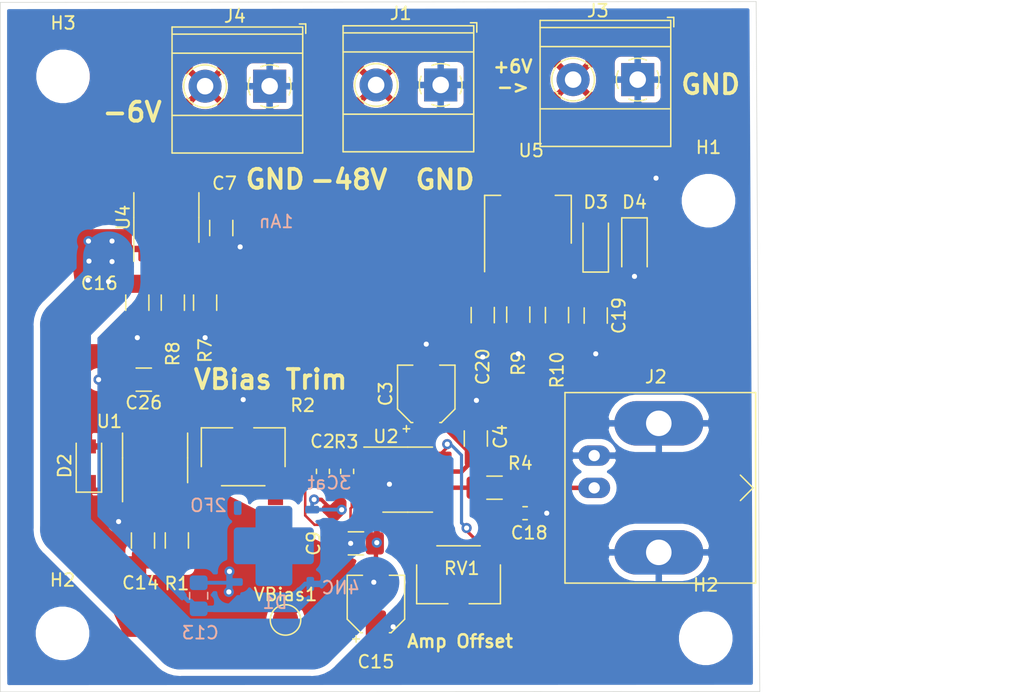
<source format=kicad_pcb>
(kicad_pcb (version 20171130) (host pcbnew "(5.1.0)-1")
  (layers (0 F.Cu signal) (31 B.Cu signal) (34 B.Paste user) (35 F.Paste user) (36 B.SilkS user) (37 F.SilkS user) (38 B.Mask user) (39 F.Mask user) (44 Edge.Cuts user))
  (net 0 "")
  (net 1 "Net-(C13-Pad1)")
  (net 2 +5VA)
  (net 3 GND)
  (net 4 +48V)
  (net 5 +6V)
  (net 6 "Net-(R1-Pad2)")
  (net 7 "Net-(D1-Pad2)")
  (net 8 -6V)
  (net 9 -5V)
  (net 10 "Net-(C18-Pad1)")
  (net 11 "Net-(C20-Pad1)")
  (net 12 "Net-(R7-Pad2)")
  (net 13 "Net-(U4-Pad5)")
  (net 14 "Net-(U4-Pad8)")
  (net 15 FB1)
  (net 16 "Net-(RV1-Pad3)")
  (net 17 "Net-(RV1-Pad1)")
  (net 18 "Net-(U1-Pad5)")
  (net 19 "Net-(C2-Pad1)")
  (module CustomFootPrints:SiPM-60035 (layer B.Cu) (at 168.3385 55.3085 90)
    (fp_text reference D1 (at -6.93 -12.73 180) (layer B.SilkS) (effects (justify mirror)))
    (fp_text value SiPM)
    (pad 6 smd roundrect (at -2.49 -12.81) (size 2.9 6.3) (layers B.Cu B.Paste B.Mask) (roundrect_rratio 0.1))
    (pad 5 smd roundrect (at -2.48 -12.82 270) (size 2.9 6.3) (layers B.Cu B.Paste B.Mask) (roundrect_rratio 0.1))
    (pad 1 smd roundrect (at -5.33 -15.81) (size 1.1 0.6) (layers B.Cu B.Paste B.Mask) (net 1 "Net-(C13-Pad1)"))
    (pad 2 smd roundrect (at 0.5 -15.66 270) (size 1.1 0.6) (layers B.Cu B.Paste B.Mask) (net 7 "Net-(D1-Pad2)"))
    (pad 3 smd roundrect (at 0.37 -9.8 180) (size 1.1 0.6) (layers B.Cu B.Paste B.Mask) (net 19 "Net-(C2-Pad1)"))
    (pad 4 smd roundrect (at -5.48 -9.95 90) (size 1.1 0.6) (layers B.Cu B.Paste B.Mask) (net 3 GND))
  )
  (module MountingHole:MountingHole_3.2mm_M3 (layer F.Cu) (at 138.89482 64.68364)
    (fp_text reference H2 (at 0 -4.2) (layer F.SilkS))
    (fp_text value MountingHole)
    (pad 1 np_thru_hole circle (at 0 0) (size 3.2 3.2) (drill 3.2) (layers *.Cu *.Mask))
  )
  (module Capacitor_SMD:C_1206_3216Metric_Pad1.42x1.75mm_HandSolder (layer F.Cu) (at 161.98088 57.59704 180)
    (fp_text reference C9 (at 3.3385 0 270) (layer F.SilkS))
    (fp_text value 0.1uF)
    (pad 2 smd roundrect (at 1.4875 0 180) (size 1.425 1.75) (layers F.Cu F.Paste F.Mask) (roundrect_rratio 0.175439) (net 3 GND))
    (pad 1 smd roundrect (at -1.4875 0 180) (size 1.425 1.75) (layers F.Cu F.Paste F.Mask) (roundrect_rratio 0.175439) (net 9 -5V))
  )
  (module Connector_Coaxial:BNC_Amphenol_B6252HB-NPP3G-50_Horizontal (layer F.Cu) (at 180.72862 53.2257 270)
    (fp_text reference J2 (at -8.74014 -4.84886 180) (layer F.SilkS))
    (fp_text value Conn_Coaxial)
    (pad 2 thru_hole oval (at -5.08 -5.08 270) (size 3.5 7) (drill 2.01) (layers *.Cu *.Mask) (net 3 GND))
    (pad 2 thru_hole oval (at 5.08 -5.08 270) (size 3.5 7) (drill 2.01) (layers *.Cu *.Mask) (net 3 GND))
    (pad 1 thru_hole oval (at 0 0 270) (size 1.6 2.5) (drill 0.89) (layers *.Cu *.Mask) (net 10 "Net-(C18-Pad1)"))
    (pad 2 thru_hole oval (at -2.54 0 270) (size 1.6 2.5) (drill 0.89) (layers *.Cu *.Mask) (net 3 GND))
  )
  (module Diode_SMD:D_SOD-123F (layer F.Cu) (at 140.97 51.3635 90)
    (fp_text reference D2 (at -0.127 -1.905 90) (layer F.SilkS))
    (fp_text value D)
    (pad 2 smd rect (at 1.4 0 90) (size 1.1 1.1) (layers F.Cu F.Paste F.Mask) (net 4 +48V))
    (pad 1 smd rect (at -1.4 0 90) (size 1.1 1.1) (layers F.Cu F.Paste F.Mask) (net 1 "Net-(C13-Pad1)"))
  )
  (module Capacitor_SMD:C_1206_3216Metric_Pad1.42x1.75mm_HandSolder (layer F.Cu) (at 145.288 44.704 180)
    (fp_text reference C26 (at 0 -1.82) (layer F.SilkS))
    (fp_text value 1uF)
    (pad 2 smd roundrect (at 1.4875 0 180) (size 1.425 1.75) (layers F.Cu F.Paste F.Mask) (roundrect_rratio 0.175439) (net 3 GND))
    (pad 1 smd roundrect (at -1.4875 0 180) (size 1.425 1.75) (layers F.Cu F.Paste F.Mask) (roundrect_rratio 0.175439) (net 4 +48V))
  )
  (module TestPoint:TestPoint_Pad_D2.0mm (layer F.Cu) (at 156.4386 63.62446)
    (fp_text reference VBias1 (at 0 -1.998) (layer F.SilkS))
    (fp_text value TestPoint)
    (pad 1 smd circle (at 0 0) (size 2 2) (layers F.Cu F.Mask) (net 1 "Net-(C13-Pad1)"))
  )
  (module MountingHole:MountingHole_3.2mm_M3 (layer F.Cu) (at 138.938 20.828)
    (fp_text reference H3 (at 0 -4.2) (layer F.SilkS))
    (fp_text value MountingHole)
    (pad 1 np_thru_hole circle (at 0 0) (size 3.2 3.2) (drill 3.2) (layers *.Cu *.Mask))
  )
  (module MountingHole:MountingHole_3.2mm_M3 (layer F.Cu) (at 189.50432 65.0748)
    (fp_text reference H2 (at 0 -4.2) (layer F.SilkS))
    (fp_text value MountingHole)
    (pad 1 np_thru_hole circle (at 0 0) (size 3.2 3.2) (drill 3.2) (layers *.Cu *.Mask))
  )
  (module MountingHole:MountingHole_3.2mm_M3 (layer F.Cu) (at 189.72022 30.61716)
    (fp_text reference H1 (at 0 -4.2) (layer F.SilkS))
    (fp_text value MountingHole)
    (pad 1 np_thru_hole circle (at 0 0) (size 3.2 3.2) (drill 3.2) (layers *.Cu *.Mask))
  )
  (module Package_SO:SOIC-8_3.9x4.9mm_P1.27mm (layer F.Cu) (at 146.177 50.865 90)
    (fp_text reference U1 (at 2.86916 -3.59664 180) (layer F.SilkS))
    (fp_text value LM337L_SO8)
    (pad 8 smd roundrect (at 2.475 -1.905 90) (size 1.95 0.6) (layers F.Cu F.Paste F.Mask) (net 1 "Net-(C13-Pad1)"))
    (pad 7 smd roundrect (at 2.475 -0.635 90) (size 1.95 0.6) (layers F.Cu F.Paste F.Mask) (net 4 +48V))
    (pad 6 smd roundrect (at 2.475 0.635 90) (size 1.95 0.6) (layers F.Cu F.Paste F.Mask) (net 4 +48V))
    (pad 5 smd roundrect (at 2.475 1.905 90) (size 1.95 0.6) (layers F.Cu F.Paste F.Mask) (net 18 "Net-(U1-Pad5)"))
    (pad 4 smd roundrect (at -2.475 1.905 90) (size 1.95 0.6) (layers F.Cu F.Paste F.Mask) (net 6 "Net-(R1-Pad2)"))
    (pad 3 smd roundrect (at -2.475 0.635 90) (size 1.95 0.6) (layers F.Cu F.Paste F.Mask) (net 4 +48V))
    (pad 2 smd roundrect (at -2.475 -0.635 90) (size 1.95 0.6) (layers F.Cu F.Paste F.Mask) (net 4 +48V))
    (pad 1 smd roundrect (at -2.475 -1.905 90) (size 1.95 0.6) (layers F.Cu F.Paste F.Mask) (net 1 "Net-(C13-Pad1)"))
  )
  (module Package_SO:SOIC-8_3.9x4.9mm_P1.27mm (layer F.Cu) (at 166.054 52.578)
    (fp_text reference U2 (at -1.716 -3.4) (layer F.SilkS))
    (fp_text value AD8675)
    (pad 8 smd roundrect (at 2.475 -1.905) (size 1.95 0.6) (layers F.Cu F.Paste F.Mask) (net 17 "Net-(RV1-Pad1)"))
    (pad 7 smd roundrect (at 2.475 -0.635) (size 1.95 0.6) (layers F.Cu F.Paste F.Mask) (net 2 +5VA))
    (pad 6 smd roundrect (at 2.475 0.635) (size 1.95 0.6) (layers F.Cu F.Paste F.Mask) (net 15 FB1))
    (pad 5 smd roundrect (at 2.475 1.905) (size 1.95 0.6) (layers F.Cu F.Paste F.Mask))
    (pad 4 smd roundrect (at -2.475 1.905) (size 1.95 0.6) (layers F.Cu F.Paste F.Mask) (net 9 -5V))
    (pad 3 smd roundrect (at -2.475 0.635) (size 1.95 0.6) (layers F.Cu F.Paste F.Mask) (net 3 GND))
    (pad 2 smd roundrect (at -2.475 -0.635) (size 1.95 0.6) (layers F.Cu F.Paste F.Mask) (net 19 "Net-(C2-Pad1)"))
    (pad 1 smd roundrect (at -2.475 -1.905) (size 1.95 0.6) (layers F.Cu F.Paste F.Mask) (net 16 "Net-(RV1-Pad3)"))
  )
  (module Capacitor_SMD:C_0805_2012Metric_Pad1.15x1.40mm_HandSolder (layer B.Cu) (at 149.606 61.722 270)
    (fp_text reference C13 (at 2.912 -0.127 180) (layer B.SilkS) (effects (justify mirror)))
    (fp_text value 10nF)
    (pad 1 smd roundrect (at -1.025 0 270) (size 1.15 1.4) (layers B.Cu B.Paste B.Mask) (roundrect_rratio 0.217391) (net 1 "Net-(C13-Pad1)"))
    (pad 2 smd roundrect (at 1.025 0 270) (size 1.15 1.4) (layers B.Cu B.Paste B.Mask) (roundrect_rratio 0.217391) (net 3 GND))
  )
  (module Potentiometer_SMD:Potentiometer_Bourns_3269W_Vertical (layer F.Cu) (at 170.053 60.073)
    (fp_text reference RV1 (at 0.254 -0.508) (layer F.SilkS))
    (fp_text value R_POT_TRIM)
    (pad 3 smd rect (at -2.54 -2.415) (size 1.19 2.79) (layers F.Cu F.Paste F.Mask) (net 16 "Net-(RV1-Pad3)"))
    (pad 2 smd rect (at 0 2.415) (size 1.19 2.79) (layers F.Cu F.Paste F.Mask) (net 2 +5VA))
    (pad 1 smd rect (at 2.54 -2.415) (size 1.19 2.79) (layers F.Cu F.Paste F.Mask) (net 17 "Net-(RV1-Pad1)"))
  )
  (module Resistor_SMD:R_0603_1608Metric_Pad1.05x0.95mm_HandSolder (layer F.Cu) (at 161.29 51.929 270)
    (fp_text reference R3 (at -2.325 0.08 180) (layer F.SilkS))
    (fp_text value 470)
    (pad 2 smd roundrect (at 0.875 0 270) (size 1.05 0.95) (layers F.Cu F.Paste F.Mask) (net 19 "Net-(C2-Pad1)"))
    (pad 1 smd roundrect (at -0.875 0 270) (size 1.05 0.95) (layers F.Cu F.Paste F.Mask) (net 15 FB1))
  )
  (module Resistor_SMD:R_1206_3216Metric_Pad1.42x1.75mm_HandSolder (layer F.Cu) (at 172.8835 53.213)
    (fp_text reference R4 (at 2.02598 -1.92024) (layer F.SilkS))
    (fp_text value 50)
    (pad 2 smd roundrect (at 1.4875 0) (size 1.425 1.75) (layers F.Cu F.Paste F.Mask) (roundrect_rratio 0.175439) (net 10 "Net-(C18-Pad1)"))
    (pad 1 smd roundrect (at -1.4875 0) (size 1.425 1.75) (layers F.Cu F.Paste F.Mask) (roundrect_rratio 0.175439) (net 15 FB1))
  )
  (module Potentiometer_SMD:Potentiometer_Bourns_3269W_Vertical (layer F.Cu) (at 153.1112 50.7726 180)
    (fp_text reference R2 (at -4.67868 4.04168) (layer F.SilkS))
    (fp_text value "RTRIM (10k)")
    (pad 3 smd rect (at -2.54 -2.415 180) (size 1.19 2.79) (layers F.Cu F.Paste F.Mask))
    (pad 2 smd rect (at 0 2.415 180) (size 1.19 2.79) (layers F.Cu F.Paste F.Mask) (net 3 GND))
    (pad 1 smd rect (at 2.54 -2.415 180) (size 1.19 2.79) (layers F.Cu F.Paste F.Mask) (net 6 "Net-(R1-Pad2)"))
  )
  (module Resistor_SMD:R_1206_3216Metric_Pad1.42x1.75mm_HandSolder (layer F.Cu) (at 147.8915 57.3675 90)
    (fp_text reference R1 (at -3.4 0 180) (layer F.SilkS))
    (fp_text value 240)
    (pad 2 smd roundrect (at 1.4875 0 90) (size 1.425 1.75) (layers F.Cu F.Paste F.Mask) (roundrect_rratio 0.175439) (net 6 "Net-(R1-Pad2)"))
    (pad 1 smd roundrect (at -1.4875 0 90) (size 1.425 1.75) (layers F.Cu F.Paste F.Mask) (roundrect_rratio 0.175439) (net 1 "Net-(C13-Pad1)"))
  )
  (module TerminalBlock_Phoenix:TerminalBlock_Phoenix_MKDS-1,5-2-5.08_1x02_P5.08mm_Horizontal (layer F.Cu) (at 184.15 21.082 180)
    (fp_text reference J3 (at 3.13436 5.42036) (layer F.SilkS))
    (fp_text value Screw_Terminal_01x02)
    (pad 2 thru_hole circle (at 5.08 0 180) (size 2.6 2.6) (drill 1.3) (layers *.Cu *.Mask) (net 5 +6V))
    (pad 1 thru_hole rect (at 0 0 180) (size 2.6 2.6) (drill 1.3) (layers *.Cu *.Mask) (net 3 GND))
  )
  (module TerminalBlock_Phoenix:TerminalBlock_Phoenix_MKDS-1,5-2-5.08_1x02_P5.08mm_Horizontal (layer F.Cu) (at 168.64838 21.50364 180)
    (fp_text reference J1 (at 3.14198 5.63372) (layer F.SilkS))
    (fp_text value Screw_Terminal_01x02)
    (pad 2 thru_hole circle (at 5.08 0 180) (size 2.6 2.6) (drill 1.3) (layers *.Cu *.Mask) (net 4 +48V))
    (pad 1 thru_hole rect (at 0 0 180) (size 2.6 2.6) (drill 1.3) (layers *.Cu *.Mask) (net 3 GND))
  )
  (module Capacitor_SMD:C_1206_3216Metric_Pad1.42x1.75mm_HandSolder (layer F.Cu) (at 171.41444 49.34298 270)
    (fp_text reference C4 (at -0.1525 -1.93 90) (layer F.SilkS))
    (fp_text value 0.1uF)
    (pad 2 smd roundrect (at 1.4875 0 270) (size 1.425 1.75) (layers F.Cu F.Paste F.Mask) (roundrect_rratio 0.175439) (net 2 +5VA))
    (pad 1 smd roundrect (at -1.4875 0 270) (size 1.425 1.75) (layers F.Cu F.Paste F.Mask) (roundrect_rratio 0.175439) (net 3 GND))
  )
  (module Capacitor_SMD:C_0603_1608Metric_Pad1.05x0.95mm_HandSolder (layer F.Cu) (at 159.385 51.929 90)
    (fp_text reference C2 (at 2.365 -0.03 180) (layer F.SilkS))
    (fp_text value 22p)
    (pad 2 smd roundrect (at 0.875 0 90) (size 1.05 0.95) (layers F.Cu F.Paste F.Mask) (net 15 FB1))
    (pad 1 smd roundrect (at -0.875 0 90) (size 1.05 0.95) (layers F.Cu F.Paste F.Mask) (net 19 "Net-(C2-Pad1)"))
  )
  (module Capacitor_SMD:CP_Elec_4x3.9 (layer F.Cu) (at 167.513 45.825 90)
    (fp_text reference C3 (at 0 -3.2 90) (layer F.SilkS))
    (fp_text value 10uF)
    (pad 2 smd roundrect (at 1.8 0 90) (size 2.6 1.6) (layers F.Cu F.Paste F.Mask) (roundrect_rratio 0.15625) (net 3 GND))
    (pad 1 smd roundrect (at -1.8 0 90) (size 2.6 1.6) (layers F.Cu F.Paste F.Mask) (roundrect_rratio 0.15625) (net 2 +5VA))
  )
  (module Capacitor_SMD:C_1206_3216Metric_Pad1.42x1.75mm_HandSolder (layer F.Cu) (at 145.2245 57.377 270)
    (fp_text reference C14 (at 3.329 0.1905 180) (layer F.SilkS))
    (fp_text value 1uF)
    (pad 1 smd roundrect (at -1.4875 0 270) (size 1.425 1.75) (layers F.Cu F.Paste F.Mask) (roundrect_rratio 0.175439) (net 3 GND))
    (pad 2 smd roundrect (at 1.4875 0 270) (size 1.425 1.75) (layers F.Cu F.Paste F.Mask) (roundrect_rratio 0.175439) (net 1 "Net-(C13-Pad1)"))
  )
  (module Capacitor_SMD:C_1206_3216Metric_Pad1.42x1.75mm_HandSolder (layer F.Cu) (at 151.384 32.766 90)
    (fp_text reference C7 (at 3.5195 0.254 180) (layer F.SilkS))
    (fp_text value 1uF)
    (pad 1 smd roundrect (at -1.4875 0 90) (size 1.425 1.75) (layers F.Cu F.Paste F.Mask) (roundrect_rratio 0.175439) (net 3 GND))
    (pad 2 smd roundrect (at 1.4875 0 90) (size 1.425 1.75) (layers F.Cu F.Paste F.Mask) (roundrect_rratio 0.175439) (net 8 -6V))
  )
  (module Capacitor_SMD:CP_Elec_4x3.9 (layer F.Cu) (at 163.55314 62.37138 90)
    (fp_text reference C15 (at -4.55 0 180) (layer F.SilkS))
    (fp_text value 10uF)
    (pad 1 smd roundrect (at -1.8 0 90) (size 2.6 1.6) (layers F.Cu F.Paste F.Mask) (roundrect_rratio 0.15625) (net 3 GND))
    (pad 2 smd roundrect (at 1.8 0 90) (size 2.6 1.6) (layers F.Cu F.Paste F.Mask) (roundrect_rratio 0.15625) (net 9 -5V))
  )
  (module Capacitor_SMD:C_1206_3216Metric_Pad1.42x1.75mm_HandSolder (layer F.Cu) (at 144.78 38.6445 90)
    (fp_text reference C16 (at 1.52494 -2.99212 180) (layer F.SilkS))
    (fp_text value 10uF)
    (pad 2 smd roundrect (at 1.4875 0 90) (size 1.425 1.75) (layers F.Cu F.Paste F.Mask) (roundrect_rratio 0.175439) (net 9 -5V))
    (pad 1 smd roundrect (at -1.4875 0 90) (size 1.425 1.75) (layers F.Cu F.Paste F.Mask) (roundrect_rratio 0.175439) (net 3 GND))
  )
  (module Capacitor_SMD:C_1206_3216Metric_Pad1.42x1.75mm_HandSolder (layer F.Cu) (at 180.848 39.6605 270)
    (fp_text reference C19 (at 0 -1.82 90) (layer F.SilkS))
    (fp_text value 0.1uF)
    (pad 1 smd roundrect (at -1.4875 0 270) (size 1.425 1.75) (layers F.Cu F.Paste F.Mask) (roundrect_rratio 0.175439) (net 5 +6V))
    (pad 2 smd roundrect (at 1.4875 0 270) (size 1.425 1.75) (layers F.Cu F.Paste F.Mask) (roundrect_rratio 0.175439) (net 3 GND))
  )
  (module Capacitor_SMD:C_1206_3216Metric_Pad1.42x1.75mm_HandSolder (layer F.Cu) (at 171.958 39.624 270)
    (fp_text reference C20 (at 4.064 0 90) (layer F.SilkS))
    (fp_text value 10uF)
    (pad 2 smd roundrect (at 1.4875 0 270) (size 1.425 1.75) (layers F.Cu F.Paste F.Mask) (roundrect_rratio 0.175439) (net 3 GND))
    (pad 1 smd roundrect (at -1.4875 0 270) (size 1.425 1.75) (layers F.Cu F.Paste F.Mask) (roundrect_rratio 0.175439) (net 11 "Net-(C20-Pad1)"))
  )
  (module Diode_SMD:D_SOD-123F (layer F.Cu) (at 180.848 34.036 90)
    (fp_text reference D3 (at 3.302 0 180) (layer F.SilkS))
    (fp_text value D)
    (pad 2 smd rect (at 1.4 0 90) (size 1.1 1.1) (layers F.Cu F.Paste F.Mask) (net 2 +5VA))
    (pad 1 smd rect (at -1.4 0 90) (size 1.1 1.1) (layers F.Cu F.Paste F.Mask) (net 5 +6V))
  )
  (module Diode_SMD:D_SOD-123F (layer F.Cu) (at 183.896 34.166 270)
    (fp_text reference D4 (at -3.432 0 180) (layer F.SilkS))
    (fp_text value D)
    (pad 1 smd rect (at -1.4 0 270) (size 1.1 1.1) (layers F.Cu F.Paste F.Mask) (net 2 +5VA))
    (pad 2 smd rect (at 1.4 0 270) (size 1.1 1.1) (layers F.Cu F.Paste F.Mask) (net 3 GND))
  )
  (module TerminalBlock_Phoenix:TerminalBlock_Phoenix_MKDS-1,5-2-5.08_1x02_P5.08mm_Horizontal (layer F.Cu) (at 155.19146 21.60016 180)
    (fp_text reference J4 (at 2.73558 5.51688) (layer F.SilkS))
    (fp_text value Screw_Terminal_01x02)
    (pad 1 thru_hole rect (at 0 0 180) (size 2.6 2.6) (drill 1.3) (layers *.Cu *.Mask) (net 3 GND))
    (pad 2 thru_hole circle (at 5.08 0 180) (size 2.6 2.6) (drill 1.3) (layers *.Cu *.Mask) (net 8 -6V))
  )
  (module Resistor_SMD:R_1206_3216Metric_Pad1.42x1.75mm_HandSolder (layer F.Cu) (at 150.114 38.6445 90)
    (fp_text reference R7 (at -3.7735 0 90) (layer F.SilkS))
    (fp_text value 670)
    (pad 2 smd roundrect (at 1.4875 0 90) (size 1.425 1.75) (layers F.Cu F.Paste F.Mask) (roundrect_rratio 0.175439) (net 12 "Net-(R7-Pad2)"))
    (pad 1 smd roundrect (at -1.4875 0 90) (size 1.425 1.75) (layers F.Cu F.Paste F.Mask) (roundrect_rratio 0.175439) (net 3 GND))
  )
  (module Resistor_SMD:R_1206_3216Metric_Pad1.42x1.75mm_HandSolder (layer F.Cu) (at 147.574 38.6445 270)
    (fp_text reference R8 (at 4.0275 0 90) (layer F.SilkS))
    (fp_text value 210)
    (pad 1 smd roundrect (at -1.4875 0 270) (size 1.425 1.75) (layers F.Cu F.Paste F.Mask) (roundrect_rratio 0.175439) (net 12 "Net-(R7-Pad2)"))
    (pad 2 smd roundrect (at 1.4875 0 270) (size 1.425 1.75) (layers F.Cu F.Paste F.Mask) (roundrect_rratio 0.175439) (net 9 -5V))
  )
  (module Resistor_SMD:R_1206_3216Metric_Pad1.42x1.75mm_HandSolder (layer F.Cu) (at 174.752 39.5875 270)
    (fp_text reference R9 (at 3.8465 0 90) (layer F.SilkS))
    (fp_text value 700)
    (pad 2 smd roundrect (at 1.4875 0 270) (size 1.425 1.75) (layers F.Cu F.Paste F.Mask) (roundrect_rratio 0.175439) (net 3 GND))
    (pad 1 smd roundrect (at -1.4875 0 270) (size 1.425 1.75) (layers F.Cu F.Paste F.Mask) (roundrect_rratio 0.175439) (net 11 "Net-(C20-Pad1)"))
  )
  (module Resistor_SMD:R_1206_3216Metric_Pad1.42x1.75mm_HandSolder (layer F.Cu) (at 177.8 39.624 270)
    (fp_text reference R10 (at 4.318 0 90) (layer F.SilkS))
    (fp_text value 210)
    (pad 1 smd roundrect (at -1.4875 0 270) (size 1.425 1.75) (layers F.Cu F.Paste F.Mask) (roundrect_rratio 0.175439) (net 2 +5VA))
    (pad 2 smd roundrect (at 1.4875 0 270) (size 1.425 1.75) (layers F.Cu F.Paste F.Mask) (roundrect_rratio 0.175439) (net 11 "Net-(C20-Pad1)"))
  )
  (module Package_TO_SOT_SMD:SOT-223 (layer F.Cu) (at 175.514 32.106 90)
    (fp_text reference U5 (at 5.436 0.254 180) (layer F.SilkS))
    (fp_text value LM317_3PinPackage)
    (pad 4 smd rect (at 3.15 0 90) (size 2 3.8) (layers F.Cu F.Paste F.Mask) (net 2 +5VA))
    (pad 2 smd rect (at -3.15 0 90) (size 2 1.5) (layers F.Cu F.Paste F.Mask) (net 2 +5VA))
    (pad 3 smd rect (at -3.15 2.3 90) (size 2 1.5) (layers F.Cu F.Paste F.Mask) (net 5 +6V))
    (pad 1 smd rect (at -3.15 -2.3 90) (size 2 1.5) (layers F.Cu F.Paste F.Mask) (net 11 "Net-(C20-Pad1)"))
  )
  (module Capacitor_SMD:C_0603_1608Metric_Pad1.05x0.95mm_HandSolder (layer F.Cu) (at 175.29048 55.2196)
    (fp_text reference C18 (at 0.32512 1.5494) (layer F.SilkS))
    (fp_text value 200n)
    (pad 1 smd roundrect (at -0.875 0) (size 1.05 0.95) (layers F.Cu F.Paste F.Mask) (net 10 "Net-(C18-Pad1)"))
    (pad 2 smd roundrect (at 0.875 0) (size 1.05 0.95) (layers F.Cu F.Paste F.Mask) (net 3 GND))
  )
  (module Package_SO:SOIC-8_3.9x4.9mm_P1.27mm (layer F.Cu) (at 147.066 31.939 90)
    (fp_text reference U4 (at 0 -3.4 90) (layer F.SilkS))
    (fp_text value LM337L_SO8)
    (pad 1 smd roundrect (at -2.475 -1.905 90) (size 1.95 0.6) (layers F.Cu F.Paste F.Mask) (net 9 -5V))
    (pad 2 smd roundrect (at -2.475 -0.635 90) (size 1.95 0.6) (layers F.Cu F.Paste F.Mask) (net 8 -6V))
    (pad 3 smd roundrect (at -2.475 0.635 90) (size 1.95 0.6) (layers F.Cu F.Paste F.Mask) (net 8 -6V))
    (pad 4 smd roundrect (at -2.475 1.905 90) (size 1.95 0.6) (layers F.Cu F.Paste F.Mask) (net 12 "Net-(R7-Pad2)"))
    (pad 5 smd roundrect (at 2.475 1.905 90) (size 1.95 0.6) (layers F.Cu F.Paste F.Mask) (net 13 "Net-(U4-Pad5)"))
    (pad 6 smd roundrect (at 2.475 0.635 90) (size 1.95 0.6) (layers F.Cu F.Paste F.Mask) (net 8 -6V))
    (pad 7 smd roundrect (at 2.475 -0.635 90) (size 1.95 0.6) (layers F.Cu F.Paste F.Mask) (net 8 -6V))
    (pad 8 smd roundrect (at 2.475 -1.905 90) (size 1.95 0.6) (layers F.Cu F.Paste F.Mask) (net 14 "Net-(U4-Pad8)"))
  )
  (gr_text "+6V\n->" (at 174.32782 20.8534) (layer F.SilkS) (effects (font (size 1 1) (thickness 0.2))))
  (gr_text GND (at 155.61818 28.9306) (layer F.SilkS) (effects (font (size 1.5 1.5) (thickness 0.3))))
  (gr_text "Amp Offset" (at 170.16984 65.3034) (layer F.SilkS) (effects (font (size 1 1) (thickness 0.2))))
  (gr_text GND (at 189.88786 21.47062) (layer F.SilkS) (effects (font (size 1.5 1.5) (thickness 0.3))))
  (gr_text "-48V  GND" (at 164.846 28.956) (layer F.SilkS) (effects (font (size 1.5 1.5) (thickness 0.3))))
  (gr_text "-6V " (at 144.95018 23.63978) (layer F.SilkS) (effects (font (size 1.5 1.5) (thickness 0.3))))
  (gr_text "VBias Trim" (at 155.2575 44.68876) (layer F.SilkS) (effects (font (size 1.5 1.5) (thickness 0.3))))
  (gr_text 2FO (at 150.368 54.61) (layer B.SilkS) (effects (font (size 1 1)) (justify mirror)))
  (gr_text 4NC (at 160.782 61.087) (layer B.SilkS) (effects (font (size 1 1)) (justify mirror)))
  (gr_text 3Cat (at 159.893 52.832) (layer B.SilkS) (effects (font (size 1 1)) (justify mirror)))
  (gr_text 1An (at 155.702 32.258) (layer B.SilkS) (effects (font (size 1 1)) (justify mirror)))
  (gr_line (start 134.00532 69.28866) (end 134 15) (layer Edge.Cuts) (width 0.05))
  (gr_line (start 193.75628 69.26326) (end 134.00532 69.28866) (layer Edge.Cuts) (width 0.05))
  (gr_line (start 193.4718 14.9352) (end 193.75628 69.2658) (layer Edge.Cuts) (width 0.05))
  (gr_line (start 134 15) (end 193.4718 14.9352) (layer Edge.Cuts) (width 0.05))
  (segment (start 148.8665 58.855) (end 148.8887 58.8772) (width 0.4) (layer F.Cu) (net 1))
  (segment (start 147.8915 58.855) (end 148.8665 58.855) (width 0.4) (layer F.Cu) (net 1))
  (segment (start 148.8887 58.8772) (end 150.622 58.8772) (width 0.4) (layer F.Cu) (net 1))
  (segment (start 150.622 58.8772) (end 151.2824 59.5376) (width 0.4) (layer F.Cu) (net 1))
  (segment (start 151.2824 59.5376) (end 151.2824 60.6044) (width 0.4) (layer F.Cu) (net 1))
  (via (at 151.9809 61.4172) (size 0.8) (drill 0.4) (layers F.Cu B.Cu) (net 1))
  (segment (start 152.0285 60.6385) (end 152.0285 59.8075) (width 0.5) (layer B.Cu) (net 1))
  (via (at 152.0285 59.8075) (size 0.8) (drill 0.4) (layers F.Cu B.Cu) (net 1))
  (segment (start 152.0285 61.3696) (end 151.9809 61.4172) (width 0.4) (layer B.Cu) (net 1))
  (segment (start 152.0285 60.6385) (end 152.0285 61.3696) (width 0.5) (layer B.Cu) (net 1))
  (segment (start 144.161 53.451) (end 144.272 53.34) (width 0.5) (layer F.Cu) (net 1))
  (segment (start 140.97 53.451) (end 144.161 53.451) (width 0.5) (layer F.Cu) (net 1))
  (segment (start 151.97 60.697) (end 152.0285 60.6385) (width 0.3) (layer B.Cu) (net 1))
  (segment (start 149.606 60.697) (end 151.97 60.697) (width 0.3) (layer B.Cu) (net 1))
  (segment (start 175.514 28.956) (end 175.514 32.004) (width 0.5) (layer F.Cu) (net 2))
  (segment (start 170.30192 51.943) (end 168.529 51.943) (width 0.35) (layer F.Cu) (net 2))
  (segment (start 171.41444 50.83048) (end 170.30192 51.943) (width 0.35) (layer F.Cu) (net 2))
  (segment (start 172.38944 50.83048) (end 172.974 51.41504) (width 0.5) (layer F.Cu) (net 2))
  (segment (start 171.41444 50.83048) (end 172.38944 50.83048) (width 0.5) (layer F.Cu) (net 2))
  (segment (start 172.974 55.363554) (end 174.244 56.633554) (width 0.5) (layer F.Cu) (net 2))
  (segment (start 172.974 51.41504) (end 172.974 55.363554) (width 0.5) (layer F.Cu) (net 2))
  (segment (start 171.148 62.488) (end 170.053 62.488) (width 0.5) (layer F.Cu) (net 2))
  (segment (start 174.244 59.392) (end 171.148 62.488) (width 0.5) (layer F.Cu) (net 2))
  (segment (start 174.244 56.633554) (end 174.244 59.392) (width 0.5) (layer F.Cu) (net 2))
  (segment (start 183.766 32.636) (end 183.896 32.766) (width 0.5) (layer F.Cu) (net 2))
  (segment (start 180.848 32.636) (end 183.766 32.636) (width 0.5) (layer F.Cu) (net 2))
  (segment (start 175.514 35.8505) (end 175.514 35.256) (width 0.5) (layer F.Cu) (net 2))
  (segment (start 177.8 38.1365) (end 175.514 35.8505) (width 0.5) (layer F.Cu) (net 2))
  (segment (start 184.946 32.766) (end 185.2 33.02) (width 0.5) (layer F.Cu) (net 2))
  (segment (start 183.896 32.766) (end 184.946 32.766) (width 0.5) (layer F.Cu) (net 2))
  (segment (start 184.946 32.766) (end 185.708 33.528) (width 0.5) (layer F.Cu) (net 2))
  (segment (start 185.708 33.528) (end 186.182 33.528) (width 0.5) (layer F.Cu) (net 2))
  (segment (start 168.20896 47.625) (end 167.513 47.625) (width 0.5) (layer F.Cu) (net 2))
  (segment (start 171.41444 50.83048) (end 168.20896 47.625) (width 0.5) (layer F.Cu) (net 2))
  (via (at 143.3068 55.88) (size 0.8) (drill 0.4) (layers F.Cu B.Cu) (net 3))
  (segment (start 143.3163 55.8895) (end 143.3068 55.88) (width 0.4) (layer F.Cu) (net 3))
  (segment (start 145.2245 55.8895) (end 143.3163 55.8895) (width 0.4) (layer F.Cu) (net 3))
  (via (at 167.513 41.91) (size 0.8) (drill 0.4) (layers F.Cu B.Cu) (net 3))
  (segment (start 167.513 44.025) (end 167.513 41.91) (width 0.35) (layer F.Cu) (net 3))
  (segment (start 171.41444 47.04298) (end 171.46016 46.99726) (width 0.35) (layer F.Cu) (net 3))
  (segment (start 171.41444 47.85548) (end 171.41444 47.04298) (width 0.35) (layer F.Cu) (net 3))
  (via (at 171.46016 46.33976) (size 0.8) (drill 0.4) (layers F.Cu B.Cu) (net 3))
  (segment (start 171.46016 46.99726) (end 171.46016 46.33976) (width 0.35) (layer F.Cu) (net 3))
  (segment (start 176.16548 55.2196) (end 176.79048 55.2196) (width 0.35) (layer F.Cu) (net 3))
  (via (at 176.99228 55.2196) (size 0.8) (drill 0.4) (layers F.Cu B.Cu) (net 3))
  (segment (start 176.79048 55.2196) (end 176.99228 55.2196) (width 0.35) (layer F.Cu) (net 3))
  (via (at 164.615211 52.939995) (size 0.8) (drill 0.4) (layers F.Cu B.Cu) (net 3))
  (segment (start 171.958 41.1115) (end 171.958 42.926) (width 0.5) (layer F.Cu) (net 3))
  (via (at 171.958 42.926) (size 0.8) (drill 0.4) (layers F.Cu B.Cu) (net 3))
  (segment (start 174.752 41.075) (end 174.752 41.8875) (width 0.5) (layer F.Cu) (net 3))
  (via (at 174.752 42.672) (size 0.8) (drill 0.4) (layers F.Cu B.Cu) (net 3))
  (segment (start 174.752 41.8875) (end 174.752 42.672) (width 0.5) (layer F.Cu) (net 3))
  (segment (start 180.848 41.148) (end 180.848 41.9605) (width 0.5) (layer F.Cu) (net 3))
  (via (at 180.848 42.672) (size 0.8) (drill 0.4) (layers F.Cu B.Cu) (net 3))
  (segment (start 180.848 41.9605) (end 180.848 42.672) (width 0.5) (layer F.Cu) (net 3))
  (segment (start 183.896 35.566) (end 183.896 36.576) (width 0.5) (layer F.Cu) (net 3))
  (via (at 183.896 36.576) (size 0.8) (drill 0.4) (layers F.Cu B.Cu) (net 3))
  (segment (start 150.114 40.132) (end 150.114 41.402) (width 0.5) (layer F.Cu) (net 3))
  (via (at 150.114 41.402) (size 0.8) (drill 0.4) (layers F.Cu B.Cu) (net 3))
  (segment (start 144.78 40.132) (end 144.78 40.9445) (width 0.5) (layer F.Cu) (net 3))
  (via (at 144.78 41.402) (size 0.8) (drill 0.4) (layers F.Cu B.Cu) (net 3))
  (segment (start 144.78 40.9445) (end 144.78 41.402) (width 0.5) (layer F.Cu) (net 3))
  (segment (start 151.384 34.798) (end 151.384 34.544) (width 0.5) (layer B.Cu) (net 3))
  (segment (start 151.384 34.2535) (end 152.8715 34.2535) (width 0.5) (layer F.Cu) (net 3))
  (via (at 152.8715 34.2535) (size 0.8) (drill 0.4) (layers F.Cu B.Cu) (net 3))
  (segment (start 153.1112 48.3576) (end 153.1112 46.2788) (width 0.5) (layer F.Cu) (net 3))
  (via (at 153.1112 46.2788) (size 0.8) (drill 0.4) (layers F.Cu B.Cu) (net 3))
  (segment (start 164.342206 53.213) (end 164.615211 52.939995) (width 0.25) (layer F.Cu) (net 3))
  (segment (start 163.579 53.213) (end 164.342206 53.213) (width 0.25) (layer F.Cu) (net 3))
  (segment (start 143.8005 44.704) (end 142.988 44.704) (width 0.5) (layer F.Cu) (net 3))
  (via (at 141.732 44.704) (size 0.8) (drill 0.4) (layers F.Cu B.Cu) (net 3))
  (segment (start 142.988 44.704) (end 141.732 44.704) (width 0.5) (layer F.Cu) (net 3))
  (segment (start 164.615211 52.808789) (end 164.615211 52.939995) (width 0.2) (layer F.Cu) (net 3))
  (segment (start 161.558561 55.865439) (end 161.29 56.134) (width 0.2) (layer F.Cu) (net 3))
  (segment (start 161.65501 54.24499) (end 161.65501 54.75299) (width 0.2) (layer F.Cu) (net 3))
  (segment (start 161.558561 54.849439) (end 161.558561 55.865439) (width 0.2) (layer F.Cu) (net 3))
  (segment (start 163.579 53.213) (end 162.687 53.213) (width 0.2) (layer F.Cu) (net 3))
  (segment (start 165.1 52.324) (end 164.615211 52.808789) (width 0.2) (layer F.Cu) (net 3))
  (segment (start 161.65501 54.75299) (end 161.558561 54.849439) (width 0.2) (layer F.Cu) (net 3))
  (segment (start 162.687 53.213) (end 161.65501 54.24499) (width 0.2) (layer F.Cu) (net 3))
  (segment (start 161.931598 51.97899) (end 162.567598 51.34299) (width 0.2) (layer F.Cu) (net 3))
  (segment (start 161.29 56.134) (end 158.721166 56.134) (width 0.2) (layer F.Cu) (net 3))
  (segment (start 157.988 55.400834) (end 157.988 52.915844) (width 0.2) (layer F.Cu) (net 3))
  (segment (start 158.721166 56.134) (end 157.988 55.400834) (width 0.2) (layer F.Cu) (net 3))
  (segment (start 157.988 52.915844) (end 158.924854 51.97899) (width 0.2) (layer F.Cu) (net 3))
  (segment (start 158.924854 51.97899) (end 161.931598 51.97899) (width 0.2) (layer F.Cu) (net 3))
  (segment (start 162.567598 51.34299) (end 164.88099 51.34299) (width 0.2) (layer F.Cu) (net 3))
  (segment (start 164.88099 51.34299) (end 165.1 51.562) (width 0.2) (layer F.Cu) (net 3))
  (segment (start 165.1 51.562) (end 165.1 52.324) (width 0.2) (layer F.Cu) (net 3))
  (segment (start 164.45314 64.17138) (end 164.4565 64.16802) (width 0.3) (layer F.Cu) (net 3))
  (segment (start 163.55314 64.17138) (end 164.45314 64.17138) (width 0.3) (layer F.Cu) (net 3))
  (via (at 164.9095 64.16802) (size 0.8) (drill 0.4) (layers F.Cu B.Cu) (net 3))
  (segment (start 164.4565 64.16802) (end 164.9095 64.16802) (width 0.3) (layer F.Cu) (net 3))
  (segment (start 157.9885 60.7885) (end 156.9339 61.8431) (width 0.35) (layer B.Cu) (net 3))
  (segment (start 158.3885 60.7885) (end 157.9885 60.7885) (width 0.35) (layer B.Cu) (net 3))
  (segment (start 151.798102 62.747) (end 150.406 62.747) (width 0.35) (layer B.Cu) (net 3))
  (segment (start 150.406 62.747) (end 149.606 62.747) (width 0.35) (layer B.Cu) (net 3))
  (segment (start 156.9339 61.8431) (end 152.702002 61.8431) (width 0.35) (layer B.Cu) (net 3))
  (segment (start 152.702002 61.8431) (end 151.798102 62.747) (width 0.35) (layer B.Cu) (net 3))
  (segment (start 148.982628 62.123628) (end 148.785888 62.123628) (width 0.35) (layer B.Cu) (net 3))
  (segment (start 149.606 62.747) (end 148.982628 62.123628) (width 0.35) (layer B.Cu) (net 3))
  (segment (start 148.785888 62.123628) (end 146.19478 59.53252) (width 0.35) (layer B.Cu) (net 3))
  (via (at 185.59272 28.83916) (size 0.8) (drill 0.4) (layers F.Cu B.Cu) (net 3))
  (segment (start 160.49338 57.59704) (end 161.56432 57.59704) (width 0.3) (layer F.Cu) (net 3))
  (via (at 161.56432 57.59704) (size 0.8) (drill 0.4) (layers F.Cu B.Cu) (net 3))
  (segment (start 145.542 53.34) (end 145.542 50.038) (width 0.5) (layer F.Cu) (net 4))
  (segment (start 146.812 53.34) (end 146.812 50.292) (width 0.5) (layer F.Cu) (net 4))
  (segment (start 180.848 36.576) (end 180.848 35.436) (width 0.5) (layer F.Cu) (net 5))
  (segment (start 180.848 38.173) (end 180.848 36.576) (width 0.5) (layer F.Cu) (net 5))
  (segment (start 150.5458 53.213) (end 150.5712 53.1876) (width 0.35) (layer F.Cu) (net 6))
  (segment (start 150.4188 53.34) (end 150.5712 53.1876) (width 0.35) (layer F.Cu) (net 6))
  (segment (start 148.082 53.34) (end 150.4188 53.34) (width 0.35) (layer F.Cu) (net 6))
  (segment (start 148.082 55.6895) (end 147.8915 55.88) (width 0.35) (layer F.Cu) (net 6))
  (segment (start 148.082 53.34) (end 148.082 55.6895) (width 0.35) (layer F.Cu) (net 6))
  (segment (start 147.701 33.339) (end 147.828 33.212) (width 0.5) (layer F.Cu) (net 8))
  (segment (start 147.701 34.414) (end 147.701 33.339) (width 0.5) (layer F.Cu) (net 8))
  (segment (start 147.828 33.212) (end 147.828 31.496) (width 0.5) (layer F.Cu) (net 8))
  (segment (start 146.431 33.339) (end 146.304 33.212) (width 0.5) (layer F.Cu) (net 8))
  (segment (start 146.431 34.414) (end 146.431 33.339) (width 0.5) (layer F.Cu) (net 8))
  (segment (start 146.304 33.212) (end 146.304 31.75) (width 0.5) (layer F.Cu) (net 8))
  (via (at 163.62172 57.54116) (size 0.8) (drill 0.4) (layers F.Cu B.Cu) (net 9))
  (segment (start 163.579 56.645) (end 163.703 56.769) (width 0.35) (layer F.Cu) (net 9))
  (segment (start 163.579 54.483) (end 163.579 56.645) (width 0.35) (layer F.Cu) (net 9))
  (via (at 140.93698 33.7947) (size 0.8) (drill 0.4) (layers F.Cu B.Cu) (net 9))
  (via (at 142.78864 33.7947) (size 0.8) (drill 0.4) (layers F.Cu B.Cu) (net 9))
  (via (at 140.97508 35.37204) (size 0.8) (drill 0.4) (layers F.Cu B.Cu) (net 9))
  (via (at 142.78864 35.41014) (size 0.8) (drill 0.4) (layers F.Cu B.Cu) (net 9))
  (via (at 140.89634 36.87064) (size 0.8) (drill 0.4) (layers F.Cu B.Cu) (net 9))
  (via (at 142.51432 36.98748) (size 0.8) (drill 0.4) (layers F.Cu B.Cu) (net 9))
  (segment (start 148.14117 65.52201) (end 158.52123 65.52201) (width 4) (layer B.Cu) (net 9))
  (segment (start 139.131999 56.512839) (end 148.14117 65.52201) (width 4) (layer B.Cu) (net 9))
  (segment (start 142.51432 36.98748) (end 139.131999 40.369801) (width 4) (layer B.Cu) (net 9))
  (segment (start 139.131999 40.369801) (end 139.131999 56.512839) (width 4) (layer B.Cu) (net 9))
  (segment (start 158.52123 65.52201) (end 163.3855 60.65774) (width 4) (layer B.Cu) (net 9))
  (segment (start 163.3855 60.65774) (end 163.3855 60.65774) (width 4) (layer B.Cu) (net 9))
  (via (at 163.3855 60.65774) (size 0.8) (drill 0.4) (layers F.Cu B.Cu) (net 9))
  (segment (start 144.78 37.338) (end 144.78 37.157) (width 0.3) (layer F.Cu) (net 9))
  (segment (start 147.574 40.132) (end 144.78 37.338) (width 0.3) (layer F.Cu) (net 9))
  (segment (start 163.55314 57.6818) (end 163.46838 57.59704) (width 0.35) (layer F.Cu) (net 9))
  (segment (start 163.55314 60.57138) (end 163.55314 57.6818) (width 0.35) (layer F.Cu) (net 9))
  (segment (start 142.51432 36.98748) (end 142.51432 35.03676) (width 4) (layer B.Cu) (net 9))
  (segment (start 174.371 53.213) (end 175.1835 53.213) (width 0.35) (layer F.Cu) (net 10))
  (segment (start 174.41548 53.25748) (end 174.371 53.213) (width 0.35) (layer F.Cu) (net 10))
  (segment (start 174.41548 55.2196) (end 174.41548 53.25748) (width 0.35) (layer F.Cu) (net 10))
  (segment (start 174.3837 53.2257) (end 174.371 53.213) (width 0.35) (layer F.Cu) (net 10))
  (segment (start 180.72862 53.2257) (end 174.3837 53.2257) (width 0.35) (layer F.Cu) (net 10))
  (segment (start 173.214 36.8805) (end 171.958 38.1365) (width 0.5) (layer F.Cu) (net 11))
  (segment (start 173.214 35.256) (end 173.214 36.8805) (width 0.5) (layer F.Cu) (net 11))
  (segment (start 173.214 36.562) (end 173.214 35.256) (width 0.5) (layer F.Cu) (net 11))
  (segment (start 174.752 38.1) (end 173.214 36.562) (width 0.5) (layer F.Cu) (net 11))
  (segment (start 174.7885 38.1) (end 177.8 41.1115) (width 0.5) (layer F.Cu) (net 11))
  (segment (start 174.752 38.1) (end 174.7885 38.1) (width 0.5) (layer F.Cu) (net 11))
  (segment (start 148.971 35.76) (end 147.574 37.157) (width 0.5) (layer F.Cu) (net 12))
  (segment (start 148.971 34.414) (end 148.971 35.76) (width 0.5) (layer F.Cu) (net 12))
  (segment (start 148.971 36.014) (end 150.114 37.157) (width 0.5) (layer F.Cu) (net 12))
  (segment (start 148.971 35.76) (end 148.971 36.014) (width 0.5) (layer F.Cu) (net 12))
  (segment (start 159.385 51.054) (end 161.29 51.054) (width 0.35) (layer F.Cu) (net 15))
  (segment (start 168.529 53.213) (end 171.396 53.213) (width 0.35) (layer F.Cu) (net 15))
  (segment (start 168.15829 52.84229) (end 168.529 53.213) (width 0.35) (layer F.Cu) (net 15))
  (segment (start 167.710812 52.84229) (end 168.15829 52.84229) (width 0.35) (layer F.Cu) (net 15))
  (segment (start 164.866512 49.99799) (end 167.710812 52.84229) (width 0.35) (layer F.Cu) (net 15))
  (segment (start 162.34601 49.99799) (end 164.866512 49.99799) (width 0.35) (layer F.Cu) (net 15))
  (segment (start 161.29 51.054) (end 162.34601 49.99799) (width 0.35) (layer F.Cu) (net 15))
  (segment (start 164.654 50.673) (end 163.579 50.673) (width 0.2) (layer F.Cu) (net 16))
  (segment (start 164.776699 50.673) (end 164.654 50.673) (width 0.2) (layer F.Cu) (net 16))
  (segment (start 165.733961 51.630262) (end 164.776699 50.673) (width 0.2) (layer F.Cu) (net 16))
  (segment (start 165.733961 54.283961) (end 165.733961 51.630262) (width 0.2) (layer F.Cu) (net 16))
  (segment (start 167.513 56.063) (end 165.733961 54.283961) (width 0.2) (layer F.Cu) (net 16))
  (segment (start 167.513 57.658) (end 167.513 56.063) (width 0.2) (layer F.Cu) (net 16))
  (segment (start 171.748 57.658) (end 170.688 56.598) (width 0.25) (layer F.Cu) (net 17))
  (segment (start 172.593 57.658) (end 171.748 57.658) (width 0.25) (layer F.Cu) (net 17))
  (via (at 170.688 56.388) (size 0.8) (drill 0.4) (layers F.Cu B.Cu) (net 17))
  (segment (start 170.688 56.598) (end 170.688 56.388) (width 0.25) (layer F.Cu) (net 17))
  (segment (start 170.288001 55.988001) (end 170.288001 50.654001) (width 0.25) (layer B.Cu) (net 17))
  (segment (start 170.688 56.388) (end 170.288001 55.988001) (width 0.25) (layer B.Cu) (net 17))
  (via (at 169.164 49.784) (size 0.8) (drill 0.4) (layers F.Cu B.Cu) (net 17))
  (segment (start 170.288001 50.654001) (end 169.418 49.784) (width 0.25) (layer B.Cu) (net 17))
  (segment (start 169.418 49.784) (end 169.164 49.784) (width 0.25) (layer B.Cu) (net 17))
  (segment (start 169.164 50.038) (end 168.529 50.673) (width 0.25) (layer F.Cu) (net 17))
  (segment (start 169.164 49.784) (end 169.164 50.038) (width 0.25) (layer F.Cu) (net 17))
  (segment (start 159.66 54.9) (end 159.87 54.9) (width 0.5) (layer F.Cu) (net 19))
  (via (at 160.85856 54.95) (size 0.8) (drill 0.4) (layers F.Cu B.Cu) (net 19))
  (segment (start 159.71 54.95) (end 159.66 54.9) (width 0.75) (layer F.Cu) (net 19))
  (segment (start 160.85856 54.384315) (end 160.698165 54.22392) (width 0.75) (layer F.Cu) (net 19))
  (segment (start 160.85856 54.95) (end 160.85856 54.384315) (width 0.75) (layer F.Cu) (net 19))
  (segment (start 160.698165 54.22392) (end 160.698165 54.378875) (width 0.75) (layer F.Cu) (net 19))
  (segment (start 160.12704 54.95) (end 159.71 54.95) (width 0.75) (layer F.Cu) (net 19))
  (segment (start 160.35794 55.45062) (end 160.21062 55.45062) (width 0.75) (layer F.Cu) (net 19))
  (segment (start 160.85856 54.95) (end 160.35794 55.45062) (width 0.75) (layer F.Cu) (net 19))
  (segment (start 160.3 55.54) (end 160.21062 55.45062) (width 0.5) (layer F.Cu) (net 19))
  (segment (start 160.21062 55.45062) (end 159.66 54.9) (width 0.75) (layer F.Cu) (net 19))
  (segment (start 161.29 52.804) (end 159.385 52.804) (width 0.35) (layer F.Cu) (net 19))
  (segment (start 160.698165 53.395835) (end 161.29 52.804) (width 0.35) (layer F.Cu) (net 19))
  (segment (start 160.698165 54.22392) (end 160.698165 53.395835) (width 0.35) (layer F.Cu) (net 19))
  (segment (start 163.20829 52.31371) (end 163.579 51.943) (width 0.25) (layer F.Cu) (net 19))
  (segment (start 162.35529 52.31371) (end 163.20829 52.31371) (width 0.25) (layer F.Cu) (net 19))
  (segment (start 161.865 52.804) (end 162.35529 52.31371) (width 0.25) (layer F.Cu) (net 19))
  (segment (start 161.29 52.804) (end 161.865 52.804) (width 0.25) (layer F.Cu) (net 19))
  (segment (start 160.84706 54.9385) (end 160.85856 54.95) (width 0.3) (layer B.Cu) (net 19))
  (segment (start 158.5385 54.9385) (end 160.84706 54.9385) (width 0.3) (layer B.Cu) (net 19))
  (segment (start 158.5385 54.9385) (end 158.5385 54.1445) (width 0.3) (layer B.Cu) (net 19))
  (via (at 158.688 54.1445) (size 0.8) (drill 0.4) (layers F.Cu B.Cu) (net 19))
  (segment (start 158.5385 54.1445) (end 158.688 54.1445) (width 0.3) (layer B.Cu) (net 19))
  (segment (start 159.815705 54.70652) (end 160.37052 54.70652) (width 0.3) (layer F.Cu) (net 19))
  (segment (start 159.253685 54.1445) (end 159.815705 54.70652) (width 0.3) (layer F.Cu) (net 19))
  (segment (start 158.688 54.1445) (end 159.253685 54.1445) (width 0.3) (layer F.Cu) (net 19))
  (segment (start 160.698165 54.378875) (end 160.37052 54.70652) (width 0.75) (layer F.Cu) (net 19))
  (segment (start 160.37052 54.70652) (end 160.12704 54.95) (width 0.75) (layer F.Cu) (net 19))
  (zone (net 3) (net_name GND) (layer B.Cu) (connect_pads (clearance 0.508)) (min_thickness 0.254) (fill yes (arc_segments 32) (thermal_gap 0.508) (thermal_bridge_width 0.508))
    (polygon (pts (xy 134.0358 14.86408) (xy 193.42989 14.92715) (xy 193.21018 69.2658) (xy 134.55142 68.99189)))
  )
  (zone (net 1) (net_name "Net-(C13-Pad1)") (layer F.Cu) (connect_pads (clearance 0.508)) (min_thickness 0.254) (fill yes (arc_segments 32) (thermal_gap 0.508) (thermal_bridge_width 0.508))
    (polygon (pts (xy 142.3924 53.467) (xy 138.5316 53.467) (xy 143.76019 64.95415) (xy 159.5755 65.08242) (xy 162.052 58.928) (xy 151.3332 53.5178) (xy 151.384 53.5686)))
  )
  (zone (net 4) (net_name +48V) (layer F.Cu) (connect_pads (clearance 0.508)) (min_thickness 0.254) (fill yes (arc_segments 32) (thermal_gap 0.508) (thermal_bridge_width 0.508) (smoothing fillet) (radius 2))
    (polygon (pts (xy 158.496 27.178) (xy 158.242 15.748) (xy 172.466 15.748) (xy 171.45 32.512) (xy 156.21 50.7365) (xy 139.065 50.8635) (xy 139.192 41.91) (xy 158.75 41.91) (xy 158.496 26.924)))
  )
  (zone (net 8) (net_name -6V) (layer F.Cu) (connect_pads (clearance 0.508)) (min_thickness 0.254) (fill yes (arc_segments 32) (thermal_gap 0.508) (thermal_bridge_width 0.508) (smoothing fillet) (radius 2))
    (polygon (pts (xy 156.718 16.51) (xy 156.845 32.258) (xy 140.335 32.258) (xy 140.462 16.51)))
  )
  (zone (net 5) (net_name +6V) (layer F.Cu) (connect_pads (clearance 0.508)) (min_thickness 0.254) (fill yes (arc_segments 32) (thermal_gap 0.508) (thermal_bridge_width 0.508) (smoothing fillet) (radius 2))
    (polygon (pts (xy 182.118 35.814) (xy 177.292 35.814) (xy 176.53 16.51) (xy 187.8965 16.637) (xy 187.0075 27.559) (xy 182.499 28.956)))
  )
  (zone (net 2) (net_name +5VA) (layer F.Cu) (connect_pads (clearance 0.508)) (min_thickness 0.254) (fill yes (arc_segments 32) (thermal_gap 0.508) (thermal_bridge_width 0.508) (smoothing fillet) (radius 2))
    (polygon (pts (xy 172.72 30.734) (xy 171.45 33.565571) (xy 166.243 40.005) (xy 160.02 48.006) (xy 165.1 49.53) (xy 174.244 49.784) (xy 175.514 48.26) (xy 180.848 44.958) (xy 186.4995 39.878) (xy 186.3725 31.33725) (xy 183.261 31.115) (xy 182.88 37.084) (xy 176.53 37.084) (xy 176.276 30.607)))
  )
  (zone (net 0) (net_name "") (layer F.Cu) (connect_pads (clearance 0.508)) (min_thickness 0.254)
    (keepout (tracks allowed) (vias allowed) (copperpour not_allowed))
    (fill (arc_segments 32) (thermal_gap 0.508) (thermal_bridge_width 0.508))
    (polygon (pts (xy 176.022 37.084) (xy 176.022 38.862) (xy 177.292 38.862) (xy 177.292 36.576) (xy 175.006 36.576)))
  )
  (zone (net 9) (net_name -5V) (layer F.Cu) (connect_pads (clearance 0.508)) (min_thickness 0.254) (fill yes (arc_segments 32) (thermal_gap 0.508) (thermal_bridge_width 0.508))
    (polygon (pts (xy 139.80414 32.85744) (xy 145.5293 32.84982) (xy 145.93316 38.47592) (xy 140.0175 38.28542) (xy 139.6873 35.73018)))
  )
)
</source>
